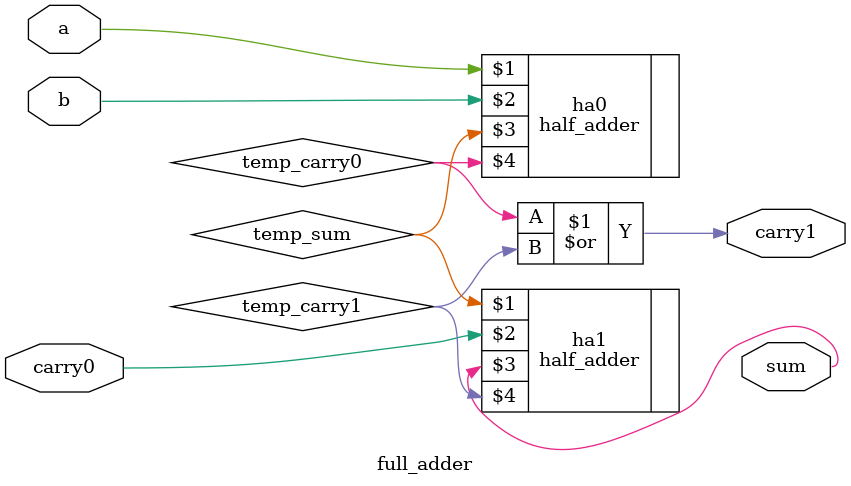
<source format=v>
`timescale 1ns / 1ps

/* 

    * Assignment - 3
    * Problem - 1.b
    * Semester - 5 (Autumn)
    * Group - 56
    * Group members - Utsav Mehta (20CS10069) and Vibhu (20CS10072)

*/

module full_adder (a, b, carry0, sum, carry1);

    // Inputs and Outputs
    input a, b, carry0;
    output sum, carry1;

    // Internal, Temporary Variables
    wire temp_sum, temp_carry0, temp_carry1;

    // Use two half adders to generate a full adder
    half_adder ha0(a, b, temp_sum, temp_carry0);
    half_adder ha1(temp_sum, carry0, sum, temp_carry1);
    assign carry1 = temp_carry0 | temp_carry1;

endmodule
</source>
